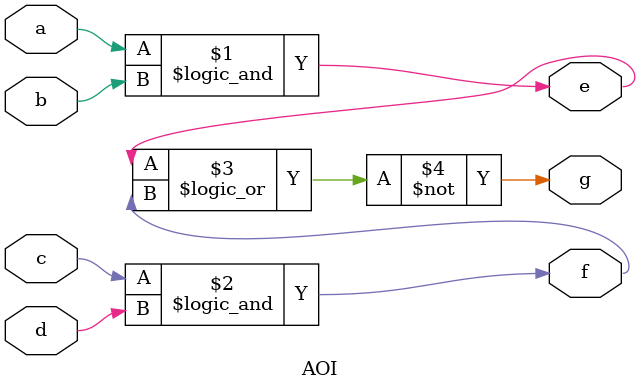
<source format=v>
`timescale 1ns / 1ps


module AOI(
   input a,
   input b,
   input c,
   input d,
   output e,
   output f,
   output g
    );
    
assign e = a&&b;
assign f = c&&d;
assign g = ~(e||f);

endmodule

</source>
